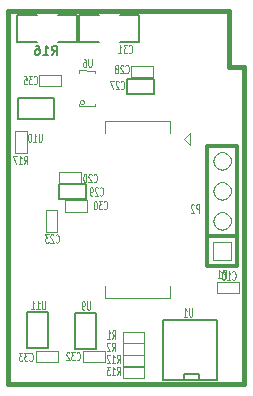
<source format=gbo>
G04 (created by PCBNEW-RS274X (2010-08-11 BZR 2448)-unstable) date Thu 16 Jun 2011 10:10:32 CST*
G01*
G70*
G90*
%MOIN*%
G04 Gerber Fmt 3.4, Leading zero omitted, Abs format*
%FSLAX34Y34*%
G04 APERTURE LIST*
%ADD10C,0.001000*%
%ADD11C,0.015000*%
%ADD12C,0.003000*%
%ADD13C,0.005000*%
%ADD14C,0.012000*%
%ADD15C,0.004500*%
G04 APERTURE END LIST*
G54D10*
G54D11*
X47244Y-51811D02*
X39370Y-51811D01*
X47244Y-41220D02*
X47244Y-41220D01*
X46732Y-41221D02*
X47244Y-41221D01*
X46732Y-39370D02*
X46732Y-41220D01*
X39370Y-51811D02*
X39370Y-39370D01*
X47244Y-41220D02*
X47244Y-51811D01*
X39370Y-39370D02*
X46732Y-39370D01*
G54D12*
X43180Y-50830D02*
X43910Y-50830D01*
X43910Y-50830D02*
X43910Y-50450D01*
X43910Y-50450D02*
X43180Y-50450D01*
X43180Y-50450D02*
X43180Y-50830D01*
X46330Y-48770D02*
X47060Y-48770D01*
X47060Y-48770D02*
X47060Y-48390D01*
X47060Y-48390D02*
X46330Y-48390D01*
X46330Y-48390D02*
X46330Y-48770D01*
X43910Y-50070D02*
X43180Y-50070D01*
X43180Y-50070D02*
X43180Y-50450D01*
X43180Y-50450D02*
X43910Y-50450D01*
X43910Y-50450D02*
X43910Y-50070D01*
X40620Y-45990D02*
X40620Y-46720D01*
X40620Y-46720D02*
X41000Y-46720D01*
X41000Y-46720D02*
X41000Y-45990D01*
X41000Y-45990D02*
X40620Y-45990D01*
X41060Y-45130D02*
X41790Y-45130D01*
X41790Y-45130D02*
X41790Y-44750D01*
X41790Y-44750D02*
X41060Y-44750D01*
X41060Y-44750D02*
X41060Y-45130D01*
X43910Y-50830D02*
X43180Y-50830D01*
X43180Y-50830D02*
X43180Y-51210D01*
X43180Y-51210D02*
X43910Y-51210D01*
X43910Y-51210D02*
X43910Y-50830D01*
X43910Y-51220D02*
X43180Y-51220D01*
X43180Y-51220D02*
X43180Y-51600D01*
X43180Y-51600D02*
X43910Y-51600D01*
X43910Y-51600D02*
X43910Y-51220D01*
X42580Y-50690D02*
X41850Y-50690D01*
X41850Y-50690D02*
X41850Y-51070D01*
X41850Y-51070D02*
X42580Y-51070D01*
X42580Y-51070D02*
X42580Y-50690D01*
X41030Y-50690D02*
X40300Y-50690D01*
X40300Y-50690D02*
X40300Y-51070D01*
X40300Y-51070D02*
X41030Y-51070D01*
X41030Y-51070D02*
X41030Y-50690D01*
X40390Y-41870D02*
X41120Y-41870D01*
X41120Y-41870D02*
X41120Y-41490D01*
X41120Y-41490D02*
X40390Y-41490D01*
X40390Y-41490D02*
X40390Y-41870D01*
X39990Y-44110D02*
X39990Y-43380D01*
X39990Y-43380D02*
X39610Y-43380D01*
X39610Y-43380D02*
X39610Y-44110D01*
X39610Y-44110D02*
X39990Y-44110D01*
G54D13*
X43325Y-42125D02*
X44225Y-42125D01*
X44225Y-42125D02*
X44225Y-41625D01*
X44225Y-41625D02*
X43325Y-41625D01*
X43325Y-41625D02*
X43325Y-42125D01*
X41970Y-45150D02*
X41070Y-45150D01*
X41070Y-45150D02*
X41070Y-45650D01*
X41070Y-45650D02*
X41970Y-45650D01*
X41970Y-45650D02*
X41970Y-45150D01*
X41736Y-40411D02*
X41736Y-39511D01*
X41736Y-39511D02*
X42386Y-39511D01*
X43086Y-40411D02*
X43736Y-40411D01*
X43736Y-40411D02*
X43736Y-39511D01*
X43736Y-39511D02*
X43086Y-39511D01*
X42386Y-40411D02*
X41736Y-40411D01*
X46320Y-51670D02*
X46320Y-49670D01*
X46320Y-49670D02*
X44520Y-49670D01*
X44520Y-49670D02*
X44520Y-51670D01*
X44520Y-51670D02*
X46320Y-51670D01*
X45720Y-51670D02*
X45720Y-51470D01*
X45720Y-51470D02*
X45220Y-51470D01*
X45220Y-51470D02*
X45220Y-51670D01*
X42280Y-49420D02*
X41580Y-49420D01*
X41580Y-49420D02*
X41580Y-50620D01*
X41580Y-50620D02*
X42280Y-50620D01*
X42280Y-50620D02*
X42280Y-49420D01*
X39680Y-42270D02*
X39680Y-42970D01*
X39680Y-42970D02*
X40880Y-42970D01*
X40880Y-42970D02*
X40880Y-42270D01*
X40880Y-42270D02*
X39680Y-42270D01*
X40710Y-49410D02*
X40010Y-49410D01*
X40010Y-49410D02*
X40010Y-50610D01*
X40010Y-50610D02*
X40710Y-50610D01*
X40710Y-50610D02*
X40710Y-49410D01*
G54D12*
X41897Y-42408D02*
X41895Y-42421D01*
X41891Y-42434D01*
X41885Y-42446D01*
X41876Y-42457D01*
X41866Y-42466D01*
X41854Y-42472D01*
X41841Y-42476D01*
X41827Y-42477D01*
X41814Y-42476D01*
X41801Y-42472D01*
X41789Y-42466D01*
X41779Y-42458D01*
X41770Y-42447D01*
X41763Y-42435D01*
X41759Y-42422D01*
X41758Y-42408D01*
X41759Y-42396D01*
X41762Y-42383D01*
X41769Y-42371D01*
X41777Y-42360D01*
X41788Y-42351D01*
X41799Y-42344D01*
X41812Y-42340D01*
X41826Y-42339D01*
X41839Y-42340D01*
X41852Y-42343D01*
X41864Y-42349D01*
X41875Y-42358D01*
X41884Y-42368D01*
X41890Y-42380D01*
X41895Y-42393D01*
X41896Y-42407D01*
X41897Y-42408D01*
X42257Y-41432D02*
X42257Y-41353D01*
X42257Y-41353D02*
X41711Y-41351D01*
X41711Y-41351D02*
X41711Y-41432D01*
X42256Y-42459D02*
X42256Y-42537D01*
X42256Y-42537D02*
X41715Y-42536D01*
X41715Y-42536D02*
X41714Y-42463D01*
X43460Y-41565D02*
X44190Y-41565D01*
X44190Y-41565D02*
X44190Y-41185D01*
X44190Y-41185D02*
X43460Y-41185D01*
X43460Y-41185D02*
X43460Y-41565D01*
X42000Y-45680D02*
X41270Y-45680D01*
X41270Y-45680D02*
X41270Y-46060D01*
X41270Y-46060D02*
X42000Y-46060D01*
X42000Y-46060D02*
X42000Y-45680D01*
X45438Y-43433D02*
X45241Y-43630D01*
X45241Y-43630D02*
X45438Y-43827D01*
X45438Y-43827D02*
X45438Y-43433D01*
X42603Y-43433D02*
X42603Y-43039D01*
X42603Y-43039D02*
X44768Y-43039D01*
X44768Y-43039D02*
X44768Y-43433D01*
X42603Y-48551D02*
X42603Y-48945D01*
X42603Y-48945D02*
X44768Y-48945D01*
X44768Y-48945D02*
X44768Y-48551D01*
G54D14*
X46996Y-47866D02*
X46996Y-47866D01*
X45996Y-47866D02*
X46996Y-47866D01*
X46996Y-47866D02*
X46996Y-47866D01*
X46996Y-47866D02*
X46996Y-43866D01*
X46996Y-43866D02*
X45996Y-43866D01*
X45996Y-43866D02*
X45996Y-47866D01*
X45996Y-46866D02*
X46996Y-46866D01*
G54D13*
X39669Y-40411D02*
X39669Y-39511D01*
X39669Y-39511D02*
X40319Y-39511D01*
X41019Y-40411D02*
X41669Y-40411D01*
X41669Y-40411D02*
X41669Y-39511D01*
X41669Y-39511D02*
X41019Y-39511D01*
X40319Y-40411D02*
X39669Y-40411D01*
G54D10*
X46206Y-47076D02*
X46206Y-47656D01*
X46786Y-47656D01*
X46786Y-47076D01*
X46206Y-47076D01*
X46786Y-46366D02*
X46780Y-46422D01*
X46764Y-46476D01*
X46737Y-46526D01*
X46701Y-46570D01*
X46658Y-46606D01*
X46608Y-46633D01*
X46554Y-46650D01*
X46498Y-46655D01*
X46442Y-46650D01*
X46388Y-46634D01*
X46338Y-46608D01*
X46294Y-46573D01*
X46257Y-46529D01*
X46230Y-46480D01*
X46213Y-46426D01*
X46207Y-46370D01*
X46211Y-46314D01*
X46227Y-46260D01*
X46253Y-46209D01*
X46288Y-46165D01*
X46331Y-46128D01*
X46380Y-46101D01*
X46434Y-46083D01*
X46490Y-46077D01*
X46546Y-46081D01*
X46600Y-46096D01*
X46651Y-46122D01*
X46695Y-46156D01*
X46732Y-46199D01*
X46760Y-46249D01*
X46778Y-46302D01*
X46785Y-46358D01*
X46786Y-46366D01*
X46786Y-45366D02*
X46780Y-45422D01*
X46764Y-45476D01*
X46737Y-45526D01*
X46701Y-45570D01*
X46658Y-45606D01*
X46608Y-45633D01*
X46554Y-45650D01*
X46498Y-45655D01*
X46442Y-45650D01*
X46388Y-45634D01*
X46338Y-45608D01*
X46294Y-45573D01*
X46257Y-45529D01*
X46230Y-45480D01*
X46213Y-45426D01*
X46207Y-45370D01*
X46211Y-45314D01*
X46227Y-45260D01*
X46253Y-45209D01*
X46288Y-45165D01*
X46331Y-45128D01*
X46380Y-45101D01*
X46434Y-45083D01*
X46490Y-45077D01*
X46546Y-45081D01*
X46600Y-45096D01*
X46651Y-45122D01*
X46695Y-45156D01*
X46732Y-45199D01*
X46760Y-45249D01*
X46778Y-45302D01*
X46785Y-45358D01*
X46786Y-45366D01*
X46786Y-44366D02*
X46780Y-44422D01*
X46764Y-44476D01*
X46737Y-44526D01*
X46701Y-44570D01*
X46658Y-44606D01*
X46608Y-44633D01*
X46554Y-44650D01*
X46498Y-44655D01*
X46442Y-44650D01*
X46388Y-44634D01*
X46338Y-44608D01*
X46294Y-44573D01*
X46257Y-44529D01*
X46230Y-44480D01*
X46213Y-44426D01*
X46207Y-44370D01*
X46211Y-44314D01*
X46227Y-44260D01*
X46253Y-44209D01*
X46288Y-44165D01*
X46331Y-44128D01*
X46380Y-44101D01*
X46434Y-44083D01*
X46490Y-44077D01*
X46546Y-44081D01*
X46600Y-44096D01*
X46651Y-44122D01*
X46695Y-44156D01*
X46732Y-44199D01*
X46760Y-44249D01*
X46778Y-44302D01*
X46785Y-44358D01*
X46786Y-44366D01*
G54D15*
X42829Y-50703D02*
X42889Y-50570D01*
X42932Y-50703D02*
X42932Y-50423D01*
X42864Y-50423D01*
X42846Y-50437D01*
X42838Y-50450D01*
X42829Y-50477D01*
X42829Y-50517D01*
X42838Y-50543D01*
X42846Y-50557D01*
X42864Y-50570D01*
X42932Y-50570D01*
X42761Y-50450D02*
X42752Y-50437D01*
X42735Y-50423D01*
X42692Y-50423D01*
X42675Y-50437D01*
X42666Y-50450D01*
X42658Y-50477D01*
X42658Y-50503D01*
X42666Y-50543D01*
X42769Y-50703D01*
X42658Y-50703D01*
X46835Y-48297D02*
X46844Y-48310D01*
X46870Y-48323D01*
X46887Y-48323D01*
X46912Y-48310D01*
X46930Y-48283D01*
X46938Y-48257D01*
X46947Y-48203D01*
X46947Y-48163D01*
X46938Y-48110D01*
X46930Y-48083D01*
X46912Y-48057D01*
X46887Y-48043D01*
X46870Y-48043D01*
X46844Y-48057D01*
X46835Y-48070D01*
X46664Y-48323D02*
X46767Y-48323D01*
X46715Y-48323D02*
X46715Y-48043D01*
X46732Y-48083D01*
X46750Y-48110D01*
X46767Y-48123D01*
X46553Y-48043D02*
X46536Y-48043D01*
X46519Y-48057D01*
X46510Y-48070D01*
X46501Y-48097D01*
X46493Y-48150D01*
X46493Y-48217D01*
X46501Y-48270D01*
X46510Y-48297D01*
X46519Y-48310D01*
X46536Y-48323D01*
X46553Y-48323D01*
X46570Y-48310D01*
X46579Y-48297D01*
X46587Y-48270D01*
X46596Y-48217D01*
X46596Y-48150D01*
X46587Y-48097D01*
X46579Y-48070D01*
X46570Y-48057D01*
X46553Y-48043D01*
X42839Y-50293D02*
X42899Y-50160D01*
X42942Y-50293D02*
X42942Y-50013D01*
X42874Y-50013D01*
X42856Y-50027D01*
X42848Y-50040D01*
X42839Y-50067D01*
X42839Y-50107D01*
X42848Y-50133D01*
X42856Y-50147D01*
X42874Y-50160D01*
X42942Y-50160D01*
X42668Y-50293D02*
X42771Y-50293D01*
X42719Y-50293D02*
X42719Y-50013D01*
X42736Y-50053D01*
X42754Y-50080D01*
X42771Y-50093D01*
X40945Y-47067D02*
X40954Y-47080D01*
X40980Y-47093D01*
X40997Y-47093D01*
X41022Y-47080D01*
X41040Y-47053D01*
X41048Y-47027D01*
X41057Y-46973D01*
X41057Y-46933D01*
X41048Y-46880D01*
X41040Y-46853D01*
X41022Y-46827D01*
X40997Y-46813D01*
X40980Y-46813D01*
X40954Y-46827D01*
X40945Y-46840D01*
X40877Y-46840D02*
X40868Y-46827D01*
X40851Y-46813D01*
X40808Y-46813D01*
X40791Y-46827D01*
X40782Y-46840D01*
X40774Y-46867D01*
X40774Y-46893D01*
X40782Y-46933D01*
X40885Y-47093D01*
X40774Y-47093D01*
X40714Y-46813D02*
X40603Y-46813D01*
X40663Y-46920D01*
X40637Y-46920D01*
X40620Y-46933D01*
X40611Y-46947D01*
X40603Y-46973D01*
X40603Y-47040D01*
X40611Y-47067D01*
X40620Y-47080D01*
X40637Y-47093D01*
X40689Y-47093D01*
X40706Y-47080D01*
X40714Y-47067D01*
X42215Y-45057D02*
X42224Y-45070D01*
X42250Y-45083D01*
X42267Y-45083D01*
X42292Y-45070D01*
X42310Y-45043D01*
X42318Y-45017D01*
X42327Y-44963D01*
X42327Y-44923D01*
X42318Y-44870D01*
X42310Y-44843D01*
X42292Y-44817D01*
X42267Y-44803D01*
X42250Y-44803D01*
X42224Y-44817D01*
X42215Y-44830D01*
X42147Y-44830D02*
X42138Y-44817D01*
X42121Y-44803D01*
X42078Y-44803D01*
X42061Y-44817D01*
X42052Y-44830D01*
X42044Y-44857D01*
X42044Y-44883D01*
X42052Y-44923D01*
X42155Y-45083D01*
X42044Y-45083D01*
X41933Y-44803D02*
X41916Y-44803D01*
X41899Y-44817D01*
X41890Y-44830D01*
X41881Y-44857D01*
X41873Y-44910D01*
X41873Y-44977D01*
X41881Y-45030D01*
X41890Y-45057D01*
X41899Y-45070D01*
X41916Y-45083D01*
X41933Y-45083D01*
X41950Y-45070D01*
X41959Y-45057D01*
X41967Y-45030D01*
X41976Y-44977D01*
X41976Y-44910D01*
X41967Y-44857D01*
X41959Y-44830D01*
X41950Y-44817D01*
X41933Y-44803D01*
X42995Y-51103D02*
X43055Y-50970D01*
X43098Y-51103D02*
X43098Y-50823D01*
X43030Y-50823D01*
X43012Y-50837D01*
X43004Y-50850D01*
X42995Y-50877D01*
X42995Y-50917D01*
X43004Y-50943D01*
X43012Y-50957D01*
X43030Y-50970D01*
X43098Y-50970D01*
X42824Y-51103D02*
X42927Y-51103D01*
X42875Y-51103D02*
X42875Y-50823D01*
X42892Y-50863D01*
X42910Y-50890D01*
X42927Y-50903D01*
X42756Y-50850D02*
X42747Y-50837D01*
X42730Y-50823D01*
X42687Y-50823D01*
X42670Y-50837D01*
X42661Y-50850D01*
X42653Y-50877D01*
X42653Y-50903D01*
X42661Y-50943D01*
X42764Y-51103D01*
X42653Y-51103D01*
X42995Y-51503D02*
X43055Y-51370D01*
X43098Y-51503D02*
X43098Y-51223D01*
X43030Y-51223D01*
X43012Y-51237D01*
X43004Y-51250D01*
X42995Y-51277D01*
X42995Y-51317D01*
X43004Y-51343D01*
X43012Y-51357D01*
X43030Y-51370D01*
X43098Y-51370D01*
X42824Y-51503D02*
X42927Y-51503D01*
X42875Y-51503D02*
X42875Y-51223D01*
X42892Y-51263D01*
X42910Y-51290D01*
X42927Y-51303D01*
X42764Y-51223D02*
X42653Y-51223D01*
X42713Y-51330D01*
X42687Y-51330D01*
X42670Y-51343D01*
X42661Y-51357D01*
X42653Y-51383D01*
X42653Y-51450D01*
X42661Y-51477D01*
X42670Y-51490D01*
X42687Y-51503D01*
X42739Y-51503D01*
X42756Y-51490D01*
X42764Y-51477D01*
X41645Y-50987D02*
X41654Y-51000D01*
X41680Y-51013D01*
X41697Y-51013D01*
X41722Y-51000D01*
X41740Y-50973D01*
X41748Y-50947D01*
X41757Y-50893D01*
X41757Y-50853D01*
X41748Y-50800D01*
X41740Y-50773D01*
X41722Y-50747D01*
X41697Y-50733D01*
X41680Y-50733D01*
X41654Y-50747D01*
X41645Y-50760D01*
X41585Y-50733D02*
X41474Y-50733D01*
X41534Y-50840D01*
X41508Y-50840D01*
X41491Y-50853D01*
X41482Y-50867D01*
X41474Y-50893D01*
X41474Y-50960D01*
X41482Y-50987D01*
X41491Y-51000D01*
X41508Y-51013D01*
X41560Y-51013D01*
X41577Y-51000D01*
X41585Y-50987D01*
X41406Y-50760D02*
X41397Y-50747D01*
X41380Y-50733D01*
X41337Y-50733D01*
X41320Y-50747D01*
X41311Y-50760D01*
X41303Y-50787D01*
X41303Y-50813D01*
X41311Y-50853D01*
X41414Y-51013D01*
X41303Y-51013D01*
X40075Y-51007D02*
X40084Y-51020D01*
X40110Y-51033D01*
X40127Y-51033D01*
X40152Y-51020D01*
X40170Y-50993D01*
X40178Y-50967D01*
X40187Y-50913D01*
X40187Y-50873D01*
X40178Y-50820D01*
X40170Y-50793D01*
X40152Y-50767D01*
X40127Y-50753D01*
X40110Y-50753D01*
X40084Y-50767D01*
X40075Y-50780D01*
X40015Y-50753D02*
X39904Y-50753D01*
X39964Y-50860D01*
X39938Y-50860D01*
X39921Y-50873D01*
X39912Y-50887D01*
X39904Y-50913D01*
X39904Y-50980D01*
X39912Y-51007D01*
X39921Y-51020D01*
X39938Y-51033D01*
X39990Y-51033D01*
X40007Y-51020D01*
X40015Y-51007D01*
X39844Y-50753D02*
X39733Y-50753D01*
X39793Y-50860D01*
X39767Y-50860D01*
X39750Y-50873D01*
X39741Y-50887D01*
X39733Y-50913D01*
X39733Y-50980D01*
X39741Y-51007D01*
X39750Y-51020D01*
X39767Y-51033D01*
X39819Y-51033D01*
X39836Y-51020D01*
X39844Y-51007D01*
X40225Y-41787D02*
X40234Y-41800D01*
X40260Y-41813D01*
X40277Y-41813D01*
X40302Y-41800D01*
X40320Y-41773D01*
X40328Y-41747D01*
X40337Y-41693D01*
X40337Y-41653D01*
X40328Y-41600D01*
X40320Y-41573D01*
X40302Y-41547D01*
X40277Y-41533D01*
X40260Y-41533D01*
X40234Y-41547D01*
X40225Y-41560D01*
X40165Y-41533D02*
X40054Y-41533D01*
X40114Y-41640D01*
X40088Y-41640D01*
X40071Y-41653D01*
X40062Y-41667D01*
X40054Y-41693D01*
X40054Y-41760D01*
X40062Y-41787D01*
X40071Y-41800D01*
X40088Y-41813D01*
X40140Y-41813D01*
X40157Y-41800D01*
X40165Y-41787D01*
X39891Y-41533D02*
X39977Y-41533D01*
X39986Y-41667D01*
X39977Y-41653D01*
X39960Y-41640D01*
X39917Y-41640D01*
X39900Y-41653D01*
X39891Y-41667D01*
X39883Y-41693D01*
X39883Y-41760D01*
X39891Y-41787D01*
X39900Y-41800D01*
X39917Y-41813D01*
X39960Y-41813D01*
X39977Y-41800D01*
X39986Y-41787D01*
X39895Y-44483D02*
X39955Y-44350D01*
X39998Y-44483D02*
X39998Y-44203D01*
X39930Y-44203D01*
X39912Y-44217D01*
X39904Y-44230D01*
X39895Y-44257D01*
X39895Y-44297D01*
X39904Y-44323D01*
X39912Y-44337D01*
X39930Y-44350D01*
X39998Y-44350D01*
X39724Y-44483D02*
X39827Y-44483D01*
X39775Y-44483D02*
X39775Y-44203D01*
X39792Y-44243D01*
X39810Y-44270D01*
X39827Y-44283D01*
X39664Y-44203D02*
X39544Y-44203D01*
X39621Y-44483D01*
X43120Y-41952D02*
X43129Y-41965D01*
X43155Y-41978D01*
X43172Y-41978D01*
X43197Y-41965D01*
X43215Y-41938D01*
X43223Y-41912D01*
X43232Y-41858D01*
X43232Y-41818D01*
X43223Y-41765D01*
X43215Y-41738D01*
X43197Y-41712D01*
X43172Y-41698D01*
X43155Y-41698D01*
X43129Y-41712D01*
X43120Y-41725D01*
X43052Y-41725D02*
X43043Y-41712D01*
X43026Y-41698D01*
X42983Y-41698D01*
X42966Y-41712D01*
X42957Y-41725D01*
X42949Y-41752D01*
X42949Y-41778D01*
X42957Y-41818D01*
X43060Y-41978D01*
X42949Y-41978D01*
X42889Y-41698D02*
X42769Y-41698D01*
X42846Y-41978D01*
X42425Y-45497D02*
X42434Y-45510D01*
X42460Y-45523D01*
X42477Y-45523D01*
X42502Y-45510D01*
X42520Y-45483D01*
X42528Y-45457D01*
X42537Y-45403D01*
X42537Y-45363D01*
X42528Y-45310D01*
X42520Y-45283D01*
X42502Y-45257D01*
X42477Y-45243D01*
X42460Y-45243D01*
X42434Y-45257D01*
X42425Y-45270D01*
X42357Y-45270D02*
X42348Y-45257D01*
X42331Y-45243D01*
X42288Y-45243D01*
X42271Y-45257D01*
X42262Y-45270D01*
X42254Y-45297D01*
X42254Y-45323D01*
X42262Y-45363D01*
X42365Y-45523D01*
X42254Y-45523D01*
X42169Y-45523D02*
X42134Y-45523D01*
X42117Y-45510D01*
X42109Y-45497D01*
X42091Y-45457D01*
X42083Y-45403D01*
X42083Y-45297D01*
X42091Y-45270D01*
X42100Y-45257D01*
X42117Y-45243D01*
X42151Y-45243D01*
X42169Y-45257D01*
X42177Y-45270D01*
X42186Y-45297D01*
X42186Y-45363D01*
X42177Y-45390D01*
X42169Y-45403D01*
X42151Y-45417D01*
X42117Y-45417D01*
X42100Y-45403D01*
X42091Y-45390D01*
X42083Y-45363D01*
X43383Y-40756D02*
X43392Y-40769D01*
X43418Y-40782D01*
X43435Y-40782D01*
X43460Y-40769D01*
X43478Y-40742D01*
X43486Y-40716D01*
X43495Y-40662D01*
X43495Y-40622D01*
X43486Y-40569D01*
X43478Y-40542D01*
X43460Y-40516D01*
X43435Y-40502D01*
X43418Y-40502D01*
X43392Y-40516D01*
X43383Y-40529D01*
X43323Y-40502D02*
X43212Y-40502D01*
X43272Y-40609D01*
X43246Y-40609D01*
X43229Y-40622D01*
X43220Y-40636D01*
X43212Y-40662D01*
X43212Y-40729D01*
X43220Y-40756D01*
X43229Y-40769D01*
X43246Y-40782D01*
X43298Y-40782D01*
X43315Y-40769D01*
X43323Y-40756D01*
X43041Y-40782D02*
X43144Y-40782D01*
X43092Y-40782D02*
X43092Y-40502D01*
X43109Y-40542D01*
X43127Y-40569D01*
X43144Y-40582D01*
X45507Y-49273D02*
X45507Y-49500D01*
X45499Y-49527D01*
X45490Y-49540D01*
X45473Y-49553D01*
X45439Y-49553D01*
X45421Y-49540D01*
X45413Y-49527D01*
X45404Y-49500D01*
X45404Y-49273D01*
X45224Y-49553D02*
X45327Y-49553D01*
X45275Y-49553D02*
X45275Y-49273D01*
X45292Y-49313D01*
X45310Y-49340D01*
X45327Y-49353D01*
X42097Y-49043D02*
X42097Y-49270D01*
X42089Y-49297D01*
X42080Y-49310D01*
X42063Y-49323D01*
X42029Y-49323D01*
X42011Y-49310D01*
X42003Y-49297D01*
X41994Y-49270D01*
X41994Y-49043D01*
X41900Y-49323D02*
X41865Y-49323D01*
X41848Y-49310D01*
X41840Y-49297D01*
X41822Y-49257D01*
X41814Y-49203D01*
X41814Y-49097D01*
X41822Y-49070D01*
X41831Y-49057D01*
X41848Y-49043D01*
X41882Y-49043D01*
X41900Y-49057D01*
X41908Y-49070D01*
X41917Y-49097D01*
X41917Y-49163D01*
X41908Y-49190D01*
X41900Y-49203D01*
X41882Y-49217D01*
X41848Y-49217D01*
X41831Y-49203D01*
X41822Y-49190D01*
X41814Y-49163D01*
X40482Y-43453D02*
X40482Y-43680D01*
X40474Y-43707D01*
X40465Y-43720D01*
X40448Y-43733D01*
X40414Y-43733D01*
X40396Y-43720D01*
X40388Y-43707D01*
X40379Y-43680D01*
X40379Y-43453D01*
X40199Y-43733D02*
X40302Y-43733D01*
X40250Y-43733D02*
X40250Y-43453D01*
X40267Y-43493D01*
X40285Y-43520D01*
X40302Y-43533D01*
X40088Y-43453D02*
X40071Y-43453D01*
X40054Y-43467D01*
X40045Y-43480D01*
X40036Y-43507D01*
X40028Y-43560D01*
X40028Y-43627D01*
X40036Y-43680D01*
X40045Y-43707D01*
X40054Y-43720D01*
X40071Y-43733D01*
X40088Y-43733D01*
X40105Y-43720D01*
X40114Y-43707D01*
X40122Y-43680D01*
X40131Y-43627D01*
X40131Y-43560D01*
X40122Y-43507D01*
X40114Y-43480D01*
X40105Y-43467D01*
X40088Y-43453D01*
X40592Y-49033D02*
X40592Y-49260D01*
X40584Y-49287D01*
X40575Y-49300D01*
X40558Y-49313D01*
X40524Y-49313D01*
X40506Y-49300D01*
X40498Y-49287D01*
X40489Y-49260D01*
X40489Y-49033D01*
X40309Y-49313D02*
X40412Y-49313D01*
X40360Y-49313D02*
X40360Y-49033D01*
X40377Y-49073D01*
X40395Y-49100D01*
X40412Y-49113D01*
X40138Y-49313D02*
X40241Y-49313D01*
X40189Y-49313D02*
X40189Y-49033D01*
X40206Y-49073D01*
X40224Y-49100D01*
X40241Y-49113D01*
X42147Y-40953D02*
X42147Y-41180D01*
X42139Y-41207D01*
X42130Y-41220D01*
X42113Y-41233D01*
X42079Y-41233D01*
X42061Y-41220D01*
X42053Y-41207D01*
X42044Y-41180D01*
X42044Y-40953D01*
X41881Y-40953D02*
X41915Y-40953D01*
X41932Y-40967D01*
X41941Y-40980D01*
X41958Y-41020D01*
X41967Y-41073D01*
X41967Y-41180D01*
X41958Y-41207D01*
X41950Y-41220D01*
X41932Y-41233D01*
X41898Y-41233D01*
X41881Y-41220D01*
X41872Y-41207D01*
X41864Y-41180D01*
X41864Y-41113D01*
X41872Y-41087D01*
X41881Y-41073D01*
X41898Y-41060D01*
X41932Y-41060D01*
X41950Y-41073D01*
X41958Y-41087D01*
X41967Y-41113D01*
X43275Y-41422D02*
X43284Y-41435D01*
X43310Y-41448D01*
X43327Y-41448D01*
X43352Y-41435D01*
X43370Y-41408D01*
X43378Y-41382D01*
X43387Y-41328D01*
X43387Y-41288D01*
X43378Y-41235D01*
X43370Y-41208D01*
X43352Y-41182D01*
X43327Y-41168D01*
X43310Y-41168D01*
X43284Y-41182D01*
X43275Y-41195D01*
X43207Y-41195D02*
X43198Y-41182D01*
X43181Y-41168D01*
X43138Y-41168D01*
X43121Y-41182D01*
X43112Y-41195D01*
X43104Y-41222D01*
X43104Y-41248D01*
X43112Y-41288D01*
X43215Y-41448D01*
X43104Y-41448D01*
X43001Y-41288D02*
X43019Y-41275D01*
X43027Y-41262D01*
X43036Y-41235D01*
X43036Y-41222D01*
X43027Y-41195D01*
X43019Y-41182D01*
X43001Y-41168D01*
X42967Y-41168D01*
X42950Y-41182D01*
X42941Y-41195D01*
X42933Y-41222D01*
X42933Y-41235D01*
X42941Y-41262D01*
X42950Y-41275D01*
X42967Y-41288D01*
X43001Y-41288D01*
X43019Y-41302D01*
X43027Y-41315D01*
X43036Y-41342D01*
X43036Y-41395D01*
X43027Y-41422D01*
X43019Y-41435D01*
X43001Y-41448D01*
X42967Y-41448D01*
X42950Y-41435D01*
X42941Y-41422D01*
X42933Y-41395D01*
X42933Y-41342D01*
X42941Y-41315D01*
X42950Y-41302D01*
X42967Y-41288D01*
X42565Y-45957D02*
X42574Y-45970D01*
X42600Y-45983D01*
X42617Y-45983D01*
X42642Y-45970D01*
X42660Y-45943D01*
X42668Y-45917D01*
X42677Y-45863D01*
X42677Y-45823D01*
X42668Y-45770D01*
X42660Y-45743D01*
X42642Y-45717D01*
X42617Y-45703D01*
X42600Y-45703D01*
X42574Y-45717D01*
X42565Y-45730D01*
X42505Y-45703D02*
X42394Y-45703D01*
X42454Y-45810D01*
X42428Y-45810D01*
X42411Y-45823D01*
X42402Y-45837D01*
X42394Y-45863D01*
X42394Y-45930D01*
X42402Y-45957D01*
X42411Y-45970D01*
X42428Y-45983D01*
X42480Y-45983D01*
X42497Y-45970D01*
X42505Y-45957D01*
X42283Y-45703D02*
X42266Y-45703D01*
X42249Y-45717D01*
X42240Y-45730D01*
X42231Y-45757D01*
X42223Y-45810D01*
X42223Y-45877D01*
X42231Y-45930D01*
X42240Y-45957D01*
X42249Y-45970D01*
X42266Y-45983D01*
X42283Y-45983D01*
X42300Y-45970D01*
X42309Y-45957D01*
X42317Y-45930D01*
X42326Y-45877D01*
X42326Y-45810D01*
X42317Y-45757D01*
X42309Y-45730D01*
X42300Y-45717D01*
X42283Y-45703D01*
X45737Y-46095D02*
X45737Y-45815D01*
X45669Y-45815D01*
X45651Y-45829D01*
X45643Y-45842D01*
X45634Y-45869D01*
X45634Y-45909D01*
X45643Y-45935D01*
X45651Y-45949D01*
X45669Y-45962D01*
X45737Y-45962D01*
X45566Y-45842D02*
X45557Y-45829D01*
X45540Y-45815D01*
X45497Y-45815D01*
X45480Y-45829D01*
X45471Y-45842D01*
X45463Y-45869D01*
X45463Y-45895D01*
X45471Y-45935D01*
X45574Y-46095D01*
X45463Y-46095D01*
X46633Y-48268D02*
X46633Y-47988D01*
X46565Y-47988D01*
X46547Y-48002D01*
X46539Y-48015D01*
X46530Y-48042D01*
X46530Y-48082D01*
X46539Y-48108D01*
X46547Y-48122D01*
X46565Y-48135D01*
X46633Y-48135D01*
X46359Y-48268D02*
X46462Y-48268D01*
X46410Y-48268D02*
X46410Y-47988D01*
X46427Y-48028D01*
X46445Y-48055D01*
X46462Y-48068D01*
G54D13*
X40823Y-40830D02*
X40923Y-40688D01*
X40995Y-40830D02*
X40995Y-40530D01*
X40880Y-40530D01*
X40852Y-40545D01*
X40837Y-40559D01*
X40823Y-40588D01*
X40823Y-40630D01*
X40837Y-40659D01*
X40852Y-40673D01*
X40880Y-40688D01*
X40995Y-40688D01*
X40537Y-40830D02*
X40709Y-40830D01*
X40623Y-40830D02*
X40623Y-40530D01*
X40652Y-40573D01*
X40680Y-40602D01*
X40709Y-40616D01*
X40280Y-40530D02*
X40337Y-40530D01*
X40366Y-40545D01*
X40380Y-40559D01*
X40409Y-40602D01*
X40423Y-40659D01*
X40423Y-40773D01*
X40409Y-40802D01*
X40394Y-40816D01*
X40366Y-40830D01*
X40309Y-40830D01*
X40280Y-40816D01*
X40266Y-40802D01*
X40251Y-40773D01*
X40251Y-40702D01*
X40266Y-40673D01*
X40280Y-40659D01*
X40309Y-40645D01*
X40366Y-40645D01*
X40394Y-40659D01*
X40409Y-40673D01*
X40423Y-40702D01*
M02*

</source>
